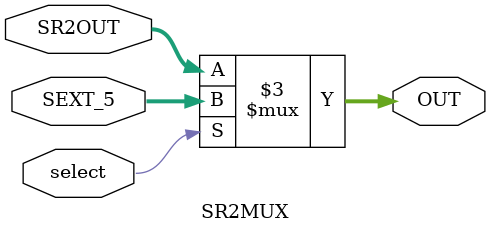
<source format=sv>
module SR2MUX( input logic [15:0] SR2OUT,       //select = 0
               input logic [15:0] SEXT_5,       //select = 1
               input logic select,
               output logic [15:0] OUT
             );

/* COMBINATIONAL LOGIC INSIDE MODULE */
    always_comb 
    begin
        if (select)
            OUT = SEXT_5;
        else
            OUT = SR2OUT;
    end 


endmodule  //SR2MUX


</source>
